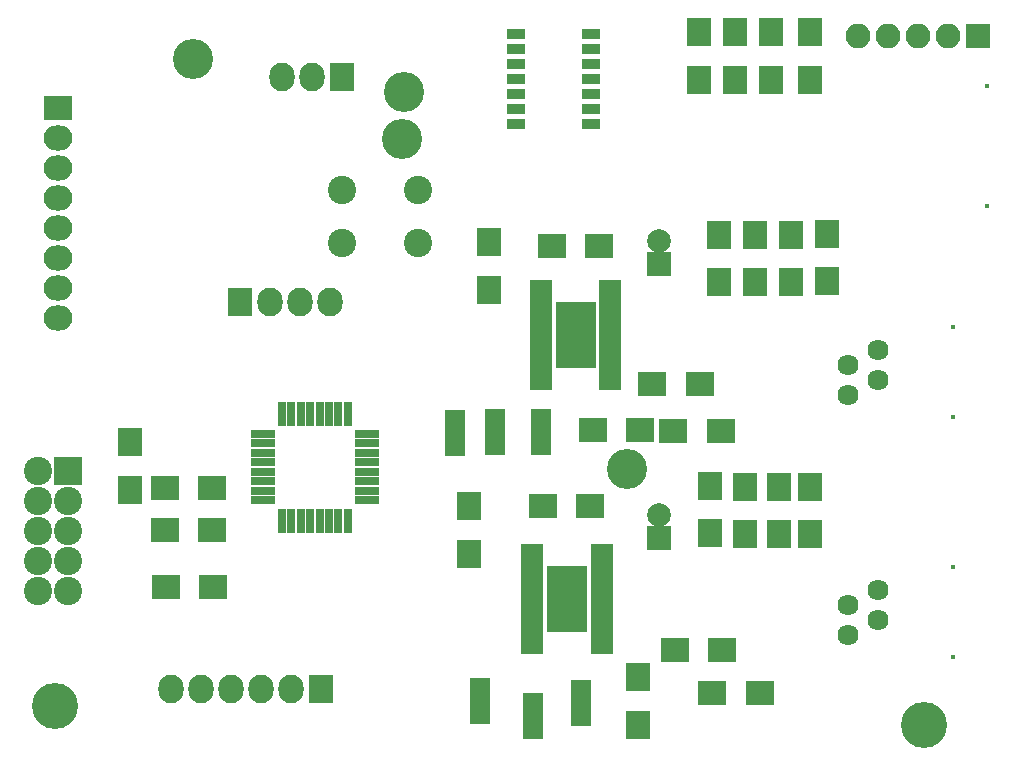
<source format=gbr>
G04 #@! TF.FileFunction,Soldermask,Top*
%FSLAX46Y46*%
G04 Gerber Fmt 4.6, Leading zero omitted, Abs format (unit mm)*
G04 Created by KiCad (PCBNEW 4.0.7) date Thursday, 23 May 2019 'à' 18:59:53*
%MOMM*%
%LPD*%
G01*
G04 APERTURE LIST*
%ADD10C,0.100000*%
%ADD11R,1.543000X0.908000*%
%ADD12C,0.400000*%
%ADD13R,2.400000X2.000000*%
%ADD14R,2.000000X2.400000*%
%ADD15R,2.432000X2.127200*%
%ADD16O,2.432000X2.127200*%
%ADD17R,2.127200X2.432000*%
%ADD18O,2.127200X2.432000*%
%ADD19R,1.670000X1.365200*%
%ADD20R,2.398980X2.398980*%
%ADD21C,2.398980*%
%ADD22R,2.100000X2.400000*%
%ADD23R,2.400000X2.100000*%
%ADD24R,2.101800X0.798780*%
%ADD25R,0.798780X2.101800*%
%ADD26C,2.400000*%
%ADD27C,3.399740*%
%ADD28R,2.000000X2.000000*%
%ADD29C,2.000000*%
%ADD30R,1.875000X0.850000*%
%ADD31R,3.500000X5.580000*%
%ADD32C,1.790000*%
%ADD33R,2.100000X2.100000*%
%ADD34O,2.100000X2.100000*%
%ADD35C,3.900120*%
G04 APERTURE END LIST*
D10*
D11*
X140498000Y-63390000D03*
X140498000Y-64660000D03*
X140498000Y-65930000D03*
X140498000Y-67200000D03*
X140498000Y-68470000D03*
X140498000Y-69740000D03*
X140498000Y-71010000D03*
X146848000Y-71010000D03*
X146848000Y-69740000D03*
X146848000Y-67200000D03*
X146848000Y-65930000D03*
X146848000Y-64660000D03*
X146848000Y-63390000D03*
X146848000Y-68470000D03*
D12*
X180340000Y-67818000D03*
X180340000Y-77978000D03*
D13*
X143517000Y-81381600D03*
X147517000Y-81381600D03*
X142780000Y-103403000D03*
X146780000Y-103403000D03*
X146996000Y-96977200D03*
X150996000Y-96977200D03*
D14*
X150800000Y-121900000D03*
X150800000Y-117900000D03*
D13*
X110776000Y-101854000D03*
X114776000Y-101854000D03*
D15*
X101700000Y-69700000D03*
D16*
X101700000Y-72240000D03*
X101700000Y-74780000D03*
X101700000Y-77320000D03*
X101700000Y-79860000D03*
X101700000Y-82400000D03*
X101700000Y-84940000D03*
X101700000Y-87480000D03*
D17*
X117094000Y-86106000D03*
D18*
X119634000Y-86106000D03*
X122174000Y-86106000D03*
X124714000Y-86106000D03*
D17*
X123952000Y-118872000D03*
D18*
X121412000Y-118872000D03*
X118872000Y-118872000D03*
X116332000Y-118872000D03*
X113792000Y-118872000D03*
X111252000Y-118872000D03*
D17*
X125730000Y-67056000D03*
D18*
X123190000Y-67056000D03*
X120650000Y-67056000D03*
D19*
X135331000Y-98450400D03*
X135331000Y-97180400D03*
X135331000Y-95910400D03*
X141935000Y-122428000D03*
X141935000Y-121158000D03*
X141935000Y-119888000D03*
X142596000Y-98348800D03*
X142596000Y-97078800D03*
X142596000Y-95808800D03*
X138659000Y-98399600D03*
X138659000Y-97129600D03*
X138659000Y-95859600D03*
X137400000Y-121170000D03*
X137400000Y-119900000D03*
X137400000Y-118630000D03*
X145999000Y-121361000D03*
X145999000Y-120091000D03*
X145999000Y-118821000D03*
D20*
X102570000Y-100420000D03*
D21*
X100030000Y-100420000D03*
X102570000Y-102960000D03*
X100030000Y-102960000D03*
X102570000Y-105500000D03*
X100030000Y-105500000D03*
X102570000Y-108040000D03*
X100030000Y-108040000D03*
X102570000Y-110580000D03*
X100030000Y-110580000D03*
D22*
X155956000Y-63278000D03*
X155956000Y-67278000D03*
X159004000Y-63278000D03*
X159004000Y-67278000D03*
X162052000Y-63278000D03*
X162052000Y-67278000D03*
X165354000Y-63278000D03*
X165354000Y-67278000D03*
X138227000Y-85058000D03*
X138227000Y-81058000D03*
X136500000Y-107410000D03*
X136500000Y-103410000D03*
X107800000Y-98000000D03*
X107800000Y-102000000D03*
D23*
X114776000Y-105410000D03*
X110776000Y-105410000D03*
X114800000Y-110200000D03*
X110800000Y-110200000D03*
D24*
X119044720Y-97274380D03*
X119044720Y-98074480D03*
X119044720Y-98874580D03*
X119044720Y-99674680D03*
X119044720Y-100474780D03*
X119044720Y-101274880D03*
X119044720Y-102074980D03*
X119044720Y-102875080D03*
D25*
X120639840Y-104675940D03*
X121439940Y-104675940D03*
X122240040Y-104675940D03*
X123040140Y-104675940D03*
X123840240Y-104675940D03*
X124640340Y-104675940D03*
X125437900Y-104675940D03*
X126238000Y-104675940D03*
D24*
X127843280Y-102875080D03*
X127843280Y-102074980D03*
X127843280Y-101274880D03*
X127843280Y-100474780D03*
X127843280Y-99674680D03*
X127843280Y-98874580D03*
X127843280Y-98074480D03*
X127843280Y-97274380D03*
D25*
X126240540Y-95570040D03*
X125440440Y-95570040D03*
X124640340Y-95570040D03*
X123842780Y-95570040D03*
X123042680Y-95570040D03*
X122242580Y-95570040D03*
X121442480Y-95570040D03*
X120642380Y-95570040D03*
D26*
X132200000Y-81100000D03*
X132200000Y-76600000D03*
X125700000Y-81100000D03*
X125700000Y-76600000D03*
D27*
X113100000Y-65500000D03*
X131000000Y-68300000D03*
X130800000Y-72300000D03*
X149911000Y-100279000D03*
D14*
X166776000Y-84346800D03*
X166776000Y-80346800D03*
X165354000Y-105734000D03*
X165354000Y-101734000D03*
D13*
X157956000Y-115595000D03*
X153956000Y-115595000D03*
D14*
X163779000Y-84448400D03*
X163779000Y-80448400D03*
D13*
X152026000Y-93065600D03*
X156026000Y-93065600D03*
D14*
X162712000Y-105784000D03*
X162712000Y-101784000D03*
D23*
X153804000Y-97002600D03*
X157804000Y-97002600D03*
X161100000Y-119200000D03*
X157100000Y-119200000D03*
D22*
X157683000Y-84397600D03*
X157683000Y-80397600D03*
X156870000Y-105683000D03*
X156870000Y-101683000D03*
X160731000Y-84448400D03*
X160731000Y-80448400D03*
X159868000Y-105734000D03*
X159868000Y-101734000D03*
D28*
X152603000Y-106121000D03*
D29*
X152603000Y-104121000D03*
D28*
X152603000Y-82905600D03*
D29*
X152603000Y-80905600D03*
D30*
X148455000Y-93099600D03*
X148455000Y-92449600D03*
X148455000Y-91799600D03*
X148455000Y-91149600D03*
X148455000Y-90499600D03*
X148455000Y-89849600D03*
X148455000Y-89199600D03*
X148455000Y-88549600D03*
X148455000Y-87899600D03*
X148455000Y-87249600D03*
X148455000Y-86599600D03*
X148455000Y-85949600D03*
X148455000Y-85299600D03*
X148455000Y-84649600D03*
X142579000Y-84649600D03*
X142579000Y-85299600D03*
X142579000Y-85949600D03*
X142579000Y-86599600D03*
X142579000Y-87249600D03*
X142579000Y-87899600D03*
X142579000Y-88549600D03*
X142579000Y-89199600D03*
X142579000Y-89849600D03*
X142579000Y-90499600D03*
X142579000Y-91149600D03*
X142579000Y-91799600D03*
X142579000Y-92449600D03*
X142579000Y-93099600D03*
D31*
X145517000Y-88874600D03*
D30*
X147718000Y-115502000D03*
X147718000Y-114852000D03*
X147718000Y-114202000D03*
X147718000Y-113552000D03*
X147718000Y-112902000D03*
X147718000Y-112252000D03*
X147718000Y-111602000D03*
X147718000Y-110952000D03*
X147718000Y-110302000D03*
X147718000Y-109652000D03*
X147718000Y-109002000D03*
X147718000Y-108352000D03*
X147718000Y-107702000D03*
X147718000Y-107052000D03*
X141842000Y-107052000D03*
X141842000Y-107702000D03*
X141842000Y-108352000D03*
X141842000Y-109002000D03*
X141842000Y-109652000D03*
X141842000Y-110302000D03*
X141842000Y-110952000D03*
X141842000Y-111602000D03*
X141842000Y-112252000D03*
X141842000Y-112902000D03*
X141842000Y-113552000D03*
X141842000Y-114202000D03*
X141842000Y-114852000D03*
X141842000Y-115502000D03*
D31*
X144780000Y-111277000D03*
D32*
X171093000Y-90144600D03*
X168553000Y-91414600D03*
X171093000Y-92684600D03*
X168553000Y-93954600D03*
D12*
X177443000Y-95859600D03*
X177443000Y-88239600D03*
D32*
X171093000Y-110465000D03*
X168553000Y-111735000D03*
X171093000Y-113005000D03*
X168553000Y-114275000D03*
D12*
X177443000Y-116180000D03*
X177443000Y-108560000D03*
D33*
X179578000Y-63627000D03*
D34*
X177038000Y-63627000D03*
X174498000Y-63627000D03*
X171958000Y-63627000D03*
X169418000Y-63627000D03*
D35*
X101400000Y-120300000D03*
X175000000Y-121900000D03*
M02*

</source>
